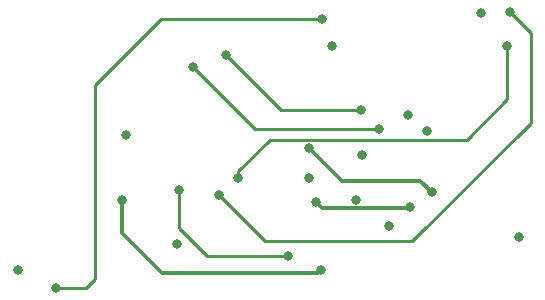
<source format=gbl>
%TF.GenerationSoftware,KiCad,Pcbnew,7.0.2-6a45011f42~172~ubuntu20.04.1*%
%TF.CreationDate,2023-05-12T18:09:32+10:00*%
%TF.ProjectId,pcb_redesign,7063625f-7265-4646-9573-69676e2e6b69,rev?*%
%TF.SameCoordinates,Original*%
%TF.FileFunction,Copper,L4,Bot*%
%TF.FilePolarity,Positive*%
%FSLAX46Y46*%
G04 Gerber Fmt 4.6, Leading zero omitted, Abs format (unit mm)*
G04 Created by KiCad (PCBNEW 7.0.2-6a45011f42~172~ubuntu20.04.1) date 2023-05-12 18:09:32*
%MOMM*%
%LPD*%
G01*
G04 APERTURE LIST*
%TA.AperFunction,ViaPad*%
%ADD10C,0.800000*%
%TD*%
%TA.AperFunction,Conductor*%
%ADD11C,0.250000*%
%TD*%
%TA.AperFunction,Conductor*%
%ADD12C,0.300000*%
%TD*%
G04 APERTURE END LIST*
D10*
%TO.N,VCC_3V3*%
X134550000Y-59700000D03*
X112000000Y-82500000D03*
%TO.N,GND*%
X151250000Y-78200000D03*
%TO.N,VCC_3V3*%
X143450000Y-69200000D03*
X137450000Y-75000000D03*
%TO.N,GND*%
X141850000Y-67800000D03*
%TO.N,D-*%
X150450000Y-59100000D03*
%TO.N,D+*%
X150250000Y-62000000D03*
%TO.N,ENB Left Motor*%
X126450000Y-62800000D03*
X137850000Y-67400000D03*
%TO.N,VCC_3V3*%
X133450000Y-73200000D03*
%TO.N,ENA Left Motor*%
X123650000Y-63800000D03*
X139350000Y-69000000D03*
%TO.N,Net-(A3908EEETR-T3-OUTA)*%
X134050000Y-75200000D03*
X142050000Y-75600000D03*
%TO.N,Net-(A3908EEETR-T3-OUTB)*%
X133450000Y-70600000D03*
X143850000Y-74400000D03*
%TO.N,ENB Right Motor*%
X134450000Y-81000000D03*
X117650000Y-75000000D03*
%TO.N,ENA Right Motor*%
X122450000Y-74200000D03*
X131650000Y-79800000D03*
%TO.N,GND*%
X108800000Y-81000000D03*
X118000000Y-69500000D03*
X137985000Y-71235000D03*
X135450000Y-62000000D03*
%TO.N,VCC_3V3*%
X148050000Y-59200000D03*
%TO.N,D-*%
X125850000Y-74600000D03*
%TO.N,D+*%
X127450000Y-73200000D03*
%TO.N,GND*%
X140250000Y-77250000D03*
X122250000Y-78800000D03*
%TD*%
D11*
%TO.N,VCC_3V3*%
X134550000Y-59700000D02*
X120950000Y-59700000D01*
X120950000Y-59700000D02*
X115350000Y-65300000D01*
X115350000Y-65300000D02*
X115350000Y-81700000D01*
X115350000Y-81700000D02*
X114550000Y-82500000D01*
X114550000Y-82500000D02*
X112000000Y-82500000D01*
%TO.N,ENA Left Motor*%
X139350000Y-69000000D02*
X128850000Y-69000000D01*
X128850000Y-69000000D02*
X123650000Y-63800000D01*
%TO.N,D-*%
X150450000Y-59100000D02*
X152225000Y-60875000D01*
X152225000Y-60875000D02*
X152225000Y-68478889D01*
X129750000Y-78500000D02*
X125850000Y-74600000D01*
X152225000Y-68478889D02*
X142203889Y-78500000D01*
X142203889Y-78500000D02*
X129750000Y-78500000D01*
%TO.N,D+*%
X146825000Y-69925000D02*
X130125000Y-69925000D01*
X127450000Y-72600000D02*
X127450000Y-73200000D01*
X150250000Y-62000000D02*
X150250000Y-66500000D01*
X150250000Y-66500000D02*
X146825000Y-69925000D01*
X130125000Y-69925000D02*
X127450000Y-72600000D01*
D12*
%TO.N,Net-(A3908EEETR-T3-OUTB)*%
X143850000Y-74400000D02*
X142850000Y-73400000D01*
X136250000Y-73400000D02*
X133450000Y-70600000D01*
X142850000Y-73400000D02*
X136250000Y-73400000D01*
%TO.N,ENB Right Motor*%
X117650000Y-75000000D02*
X117650000Y-77800000D01*
X117650000Y-77800000D02*
X121050000Y-81200000D01*
X121050000Y-81200000D02*
X134250000Y-81200000D01*
X134250000Y-81200000D02*
X134450000Y-81000000D01*
D11*
%TO.N,ENA Right Motor*%
X124850000Y-79800000D02*
X131650000Y-79800000D01*
%TO.N,ENB Left Motor*%
X131050000Y-67400000D02*
X126450000Y-62800000D01*
X137850000Y-67400000D02*
X131050000Y-67400000D01*
D12*
%TO.N,Net-(A3908EEETR-T3-OUTA)*%
X134550000Y-75700000D02*
X134050000Y-75200000D01*
X141950000Y-75700000D02*
X134550000Y-75700000D01*
X142050000Y-75600000D02*
X141950000Y-75700000D01*
D11*
%TO.N,ENA Right Motor*%
X122450000Y-74200000D02*
X122450000Y-77400000D01*
X122450000Y-77400000D02*
X124850000Y-79800000D01*
%TD*%
M02*

</source>
